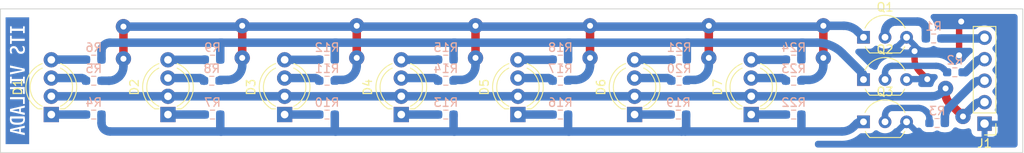
<source format=kicad_pcb>
(kicad_pcb (version 20211014) (generator pcbnew)
  (layers (0 "F.Cu" signal) (31 "B.Cu" signal) (34 "B.Paste" user) (35 "F.Paste" user) (36 "B.SilkS" user "B.Silkscreen") (37 "F.SilkS" user "F.Silkscreen") (38 "B.Mask" user) (39 "F.Mask" user) (44 "Edge.Cuts" user))
  (net 0 "")
  (net 1 "Net-(D1-Pad1)")
  (net 2 "+5V")
  (net 3 "Net-(D1-Pad3)")
  (net 4 "Net-(D1-Pad4)")
  (net 5 "Net-(D2-Pad1)")
  (net 6 "Net-(D2-Pad3)")
  (net 7 "Net-(D2-Pad4)")
  (net 8 "Net-(D3-Pad1)")
  (net 9 "Net-(D3-Pad3)")
  (net 10 "Net-(D3-Pad4)")
  (net 11 "Net-(D4-Pad1)")
  (net 12 "Net-(D4-Pad3)")
  (net 13 "Net-(D4-Pad4)")
  (net 14 "Net-(D5-Pad1)")
  (net 15 "Net-(D5-Pad3)")
  (net 16 "Net-(D5-Pad4)")
  (net 17 "Net-(D6-Pad1)")
  (net 18 "Net-(D6-Pad3)")
  (net 19 "Net-(D6-Pad4)")
  (net 20 "Net-(D7-Pad1)")
  (net 21 "Net-(D7-Pad3)")
  (net 22 "Net-(D7-Pad4)")
  (net 23 "B")
  (net 24 "G")
  (net 25 "R")
  (net 26 "GND")
  (net 27 "LED_G")
  (net 28 "Net-(Q1-Pad2)")
  (net 29 "LED_B")
  (net 30 "Net-(Q2-Pad2)")
  (net 31 "LED_R")
  (net 32 "Net-(Q3-Pad2)")
  (footprint "LED_THT:LED_D5.0mm-4_RGB_Wide_Pins" (layer "F.Cu") (at 87 31.25 90)
    (fp_text reference "D5" (at 3.2385 -3.96 90) (layer "F.SilkS"))
    (fp_text value "LED_RAGB")
    (pad "1" thru_hole rect (at 0 0 90) (size 1.8 1.8) (drill 0.9) (layers *.Cu *.Mask) (net 14 "Net-(D5-Pad1)"))
    (pad "2" thru_hole circle (at 2.159 0 90) (size 1.8 1.8) (drill 0.9) (layers *.Cu *.Mask) (net 2 "+5V"))
    (pad "3" thru_hole circle (at 4.318 0 90) (size 1.8 1.8) (drill 0.9) (layers *.Cu *.Mask) (net 15 "Net-(D5-Pad3)"))
    (pad "4" thru_hole circle (at 6.477 0 90) (size 1.8 1.8) (drill 0.9) (layers *.Cu *.Mask) (net 16 "Net-(D5-Pad4)"))
  )
  (footprint "Package_TO_SOT_THT:TO-92_Inline_Wide" (layer "F.Cu") (at 127.73 27.11)
    (fp_text reference "Q2" (at 2.54 -3.56) (layer "F.SilkS"))
    (fp_text value "BC337")
    (pad "1" thru_hole rect (at 0 0) (size 1.5 1.5) (drill 0.8) (layers *.Cu *.Mask) (net 29 "LED_B"))
    (pad "2" thru_hole circle (at 2.54 0) (size 1.5 1.5) (drill 0.8) (layers *.Cu *.Mask) (net 30 "Net-(Q2-Pad2)"))
    (pad "3" thru_hole circle (at 5.08 0) (size 1.5 1.5) (drill 0.8) (layers *.Cu *.Mask) (net 26 "GND"))
  )
  (footprint "Connector_PinHeader_2.54mm:PinHeader_1x05_P2.54mm_Vertical" (layer "F.Cu") (at 142 32.325 180)
    (fp_text reference "J1" (at 0 -2.33) (layer "F.SilkS"))
    (fp_text value "Conn_01x05")
    (pad "1" thru_hole rect (at 0 0 180) (size 1.7 1.7) (drill 1) (layers *.Cu *.Mask) (net 26 "GND"))
    (pad "2" thru_hole oval (at 0 2.54 180) (size 1.7 1.7) (drill 1) (layers *.Cu *.Mask) (net 2 "+5V"))
    (pad "3" thru_hole oval (at 0 5.08 180) (size 1.7 1.7) (drill 1) (layers *.Cu *.Mask) (net 25 "R"))
    (pad "4" thru_hole oval (at 0 7.62 180) (size 1.7 1.7) (drill 1) (layers *.Cu *.Mask) (net 23 "B"))
    (pad "5" thru_hole oval (at 0 10.16 180) (size 1.7 1.7) (drill 1) (layers *.Cu *.Mask) (net 24 "G"))
  )
  (footprint "LED_THT:LED_D5.0mm-4_RGB_Wide_Pins" (layer "F.Cu") (at 114.5 31.25 90)
    (fp_text reference "D7" (at 3.2385 -3.96 90) (layer "F.SilkS"))
    (fp_text value "LED_RAGB")
    (pad "1" thru_hole rect (at 0 0 90) (size 1.8 1.8) (drill 0.9) (layers *.Cu *.Mask) (net 20 "Net-(D7-Pad1)"))
    (pad "2" thru_hole circle (at 2.159 0 90) (size 1.8 1.8) (drill 0.9) (layers *.Cu *.Mask) (net 2 "+5V"))
    (pad "3" thru_hole circle (at 4.318 0 90) (size 1.8 1.8) (drill 0.9) (layers *.Cu *.Mask) (net 21 "Net-(D7-Pad3)"))
    (pad "4" thru_hole circle (at 6.477 0 90) (size 1.8 1.8) (drill 0.9) (layers *.Cu *.Mask) (net 22 "Net-(D7-Pad4)"))
  )
  (footprint "LED_THT:LED_D5.0mm-4_RGB_Wide_Pins" (layer "F.Cu") (at 73.25 31.25 90)
    (fp_text reference "D4" (at 3.2385 -3.96 90) (layer "F.SilkS"))
    (fp_text value "LED_RAGB")
    (pad "1" thru_hole rect (at 0 0 90) (size 1.8 1.8) (drill 0.9) (layers *.Cu *.Mask) (net 11 "Net-(D4-Pad1)"))
    (pad "2" thru_hole circle (at 2.159 0 90) (size 1.8 1.8) (drill 0.9) (layers *.Cu *.Mask) (net 2 "+5V"))
    (pad "3" thru_hole circle (at 4.318 0 90) (size 1.8 1.8) (drill 0.9) (layers *.Cu *.Mask) (net 12 "Net-(D4-Pad3)"))
    (pad "4" thru_hole circle (at 6.477 0 90) (size 1.8 1.8) (drill 0.9) (layers *.Cu *.Mask) (net 13 "Net-(D4-Pad4)"))
  )
  (footprint "LED_THT:LED_D5.0mm-4_RGB_Wide_Pins" (layer "F.Cu") (at 45.75 31.25 90)
    (fp_text reference "D2" (at 3.2385 -3.96 90) (layer "F.SilkS"))
    (fp_text value "LED_RAGB")
    (pad "1" thru_hole rect (at 0 0 90) (size 1.8 1.8) (drill 0.9) (layers *.Cu *.Mask) (net 5 "Net-(D2-Pad1)"))
    (pad "2" thru_hole circle (at 2.159 0 90) (size 1.8 1.8) (drill 0.9) (layers *.Cu *.Mask) (net 2 "+5V"))
    (pad "3" thru_hole circle (at 4.318 0 90) (size 1.8 1.8) (drill 0.9) (layers *.Cu *.Mask) (net 6 "Net-(D2-Pad3)"))
    (pad "4" thru_hole circle (at 6.477 0 90) (size 1.8 1.8) (drill 0.9) (layers *.Cu *.Mask) (net 7 "Net-(D2-Pad4)"))
  )
  (footprint "LED_THT:LED_D5.0mm-4_RGB_Wide_Pins" (layer "F.Cu") (at 59.5 31.25 90)
    (fp_text reference "D3" (at 3.2385 -3.96 90) (layer "F.SilkS"))
    (fp_text value "LED_RAGB")
    (pad "1" thru_hole rect (at 0 0 90) (size 1.8 1.8) (drill 0.9) (layers *.Cu *.Mask) (net 8 "Net-(D3-Pad1)"))
    (pad "2" thru_hole circle (at 2.159 0 90) (size 1.8 1.8) (drill 0.9) (layers *.Cu *.Mask) (net 2 "+5V"))
    (pad "3" thru_hole circle (at 4.318 0 90) (size 1.8 1.8) (drill 0.9) (layers *.Cu *.Mask) (net 9 "Net-(D3-Pad3)"))
    (pad "4" thru_hole circle (at 6.477 0 90) (size 1.8 1.8) (drill 0.9) (layers *.Cu *.Mask) (net 10 "Net-(D3-Pad4)"))
  )
  (footprint "Package_TO_SOT_THT:TO-92_Inline_Wide" (layer "F.Cu") (at 127.73 22.11)
    (fp_text reference "Q1" (at 2.54 -3.56) (layer "F.SilkS"))
    (fp_text value "BC337")
    (pad "1" thru_hole rect (at 0 0) (size 1.5 1.5) (drill 0.8) (layers *.Cu *.Mask) (net 27 "LED_G"))
    (pad "2" thru_hole circle (at 2.54 0) (size 1.5 1.5) (drill 0.8) (layers *.Cu *.Mask) (net 28 "Net-(Q1-Pad2)"))
    (pad "3" thru_hole circle (at 5.08 0) (size 1.5 1.5) (drill 0.8) (layers *.Cu *.Mask) (net 26 "GND"))
  )
  (footprint "LED_THT:LED_D5.0mm-4_RGB_Wide_Pins" (layer "F.Cu") (at 32 31.25 90)
    (fp_text reference "D1" (at 3.2385 -3.96 90) (layer "F.SilkS"))
    (fp_text value "LED_RAGB")
    (pad "1" thru_hole rect (at 0 0 90) (size 1.8 1.8) (drill 0.9) (layers *.Cu *.Mask) (net 1 "Net-(D1-Pad1)"))
    (pad "2" thru_hole circle (at 2.159 0 90) (size 1.8 1.8) (drill 0.9) (layers *.Cu *.Mask) (net 2 "+5V"))
    (pad "3" thru_hole circle (at 4.318 0 90) (size 1.8 1.8) (drill 0.9) (layers *.Cu *.Mask) (net 3 "Net-(D1-Pad3)"))
    (pad "4" thru_hole circle (at 6.477 0 90) (size 1.8 1.8) (drill 0.9) (layers *.Cu *.Mask) (net 4 "Net-(D1-Pad4)"))
  )
  (footprint "Package_TO_SOT_THT:TO-92_Inline_Wide" (layer "F.Cu") (at 127.73 32.11)
    (fp_text reference "Q3" (at 2.54 -3.56) (layer "F.SilkS"))
    (fp_text value "BC337")
    (pad "1" thru_hole rect (at 0 0) (size 1.5 1.5) (drill 0.8) (layers *.Cu *.Mask) (net 31 "LED_R"))
    (pad "2" thru_hole circle (at 2.54 0) (size 1.5 1.5) (drill 0.8) (layers *.Cu *.Mask) (net 32 "Net-(Q3-Pad2)"))
    (pad "3" thru_hole circle (at 5.08 0) (size 1.5 1.5) (drill 0.8) (layers *.Cu *.Mask) (net 26 "GND"))
  )
  (footprint "LED_THT:LED_D5.0mm-4_RGB_Wide_Pins" (layer "F.Cu") (at 100.75 31.25 90)
    (fp_text reference "D6" (at 3.2385 -3.96 90) (layer "F.SilkS"))
    (fp_text value "LED_RAGB")
    (pad "1" thru_hole rect (at 0 0 90) (size 1.8 1.8) (drill 0.9) (layers *.Cu *.Mask) (net 17 "Net-(D6-Pad1)"))
    (pad "2" thru_hole circle (at 2.159 0 90) (size 1.8 1.8) (drill 0.9) (layers *.Cu *.Mask) (net 2 "+5V"))
    (pad "3" thru_hole circle (at 4.318 0 90) (size 1.8 1.8) (drill 0.9) (layers *.Cu *.Mask) (net 18 "Net-(D6-Pad3)"))
    (pad "4" thru_hole circle (at 6.477 0 90) (size 1.8 1.8) (drill 0.9) (layers *.Cu *.Mask) (net 19 "Net-(D6-Pad4)"))
  )
  (footprint "Resistor_SMD:R_0603_1608Metric_Pad0.98x0.95mm_HandSolder" (layer "B.Cu") (at 37 24.75 180)
    (fp_text reference "R6" (at 0 1.43) (layer "B.SilkS") (effects (justify mirror)))
    (fp_text value "470")
    (pad "1" smd roundrect (at -0.9125 0 180) (size 0.975 0.95) (layers "B.Cu" "B.Paste" "B.Mask") (net 29 "LED_B"))
    (pad "2" smd roundrect (at 0.9125 0 180) (size 0.975 0.95) (layers "B.Cu" "B.Paste" "B.Mask") (net 4 "Net-(D1-Pad4)"))
  )
  (footprint "Resistor_SMD:R_0603_1608Metric_Pad0.98x0.95mm_HandSolder" (layer "B.Cu") (at 92 27.25 180)
    (fp_text reference "R17" (at 0 1.43) (layer "B.SilkS") (effects (justify mirror)))
    (fp_text value "470")
    (pad "1" smd roundrect (at -0.9125 0 180) (size 0.975 0.95) (layers "B.Cu" "B.Paste" "B.Mask") (net 27 "LED_G"))
    (pad "2" smd roundrect (at 0.9125 0 180) (size 0.975 0.95) (layers "B.Cu" "B.Paste" "B.Mask") (net 15 "Net-(D5-Pad3)"))
  )
  (footprint "Resistor_SMD:R_0603_1608Metric_Pad0.98x0.95mm_HandSolder" (layer "B.Cu") (at 119.5 31.25 180)
    (fp_text reference "R22" (at 0 1.43) (layer "B.SilkS") (effects (justify mirror)))
    (fp_text value "470")
    (pad "1" smd roundrect (at -0.9125 0 180) (size 0.975 0.95) (layers "B.Cu" "B.Paste" "B.Mask") (net 31 "LED_R"))
    (pad "2" smd roundrect (at 0.9125 0 180) (size 0.975 0.95) (layers "B.Cu" "B.Paste" "B.Mask") (net 20 "Net-(D7-Pad1)"))
  )
  (footprint "kibuzzard-6352A8D4" (layer "B.Cu") (at 28 27.25 -90)
    (fp_text reference "kibuzzard-6352A8D4" hide)
    (fp_text value "G***" hide)
    (fp_poly (pts (xy -7.001123 1.389062) (xy -7.497217 1.389062) (xy -7.497217 -1.389062) (xy -7.001123 -1.389062) (xy -5.628084 -1.389062) (xy -5.628084 -0.869156) (xy -6.437709 -0.869156) (xy -6.437709 -0.661988) (xy -6.171009 -0.661988) (xy -6.171009 0.661987) (xy -6.437709 0.661987) (xy -6.437709 0.869156) (xy -5.628084 0.869156) (xy -5.628084 0.661987) (xy -5.894784 0.661987) (xy -5.894784 -0.661988) (xy -5.628084 -0.661988) (xy -5.628084 -0.869156) (xy -5.628084 -1.389062) (xy -4.708922 -1.389062) (xy -4.708922 -0.869156) (xy -4.975622 -0.869156) (xy -4.975622 0.661987) (xy -5.330428 0.661987) (xy -5.330428 0.869156) (xy -4.354116 0.869156) (xy -4.354116 0.661987) (xy -4.708922 0.661987) (xy -4.708922 -0.869156) (xy -4.708922 -1.389062) (xy -3.687366 -1.389062) (xy -3.687366 -0.892969) (xy -3.835003 -0.880269) (xy -3.969941 -0.842169) (xy -4.092178 -0.778669) (xy -4.092178 -0.531019) (xy -3.966501 -0.617008) (xy -3.833945 -0.668602) (xy -3.694509 -0.6858) (xy -3.588544 -0.669429) (xy -3.508772 -0.620316) (xy -3.458766 -0.539651) (xy -3.442097 -0.428625) (xy -3.454896 -0.322659) (xy -3.493294 -0.238125) (xy -3.561457 -0.168473) (xy -3.663553 -0.107156) (xy -3.809471 -0.030956) (xy -3.923374 0.048419) (xy -4.005262 0.130969) (xy -4.079379 0.271462) (xy -4.104084 0.440531) (xy -4.07283 0.631031) (xy -3.979069 0.773906) (xy -3.883951 0.840052) (xy -3.765285 0.87974) (xy -3.623072 0.892969) (xy -3.48443 0.885031) (xy -3.35108 0.861219) (xy -3.223022 0.821531) (xy -3.223022 0.583406) (xy -3.406973 0.660202) (xy -3.592116 0.6858) (xy -3.696295 0.670322) (xy -3.775472 0.623887) (xy -3.825478 0.550069) (xy -3.842147 0.452437) (xy -3.82098 0.331523) (xy -3.75748 0.235479) (xy -3.651647 0.164306) (xy -3.489457 0.08255) (xy -3.364839 -0.000794) (xy -3.277791 -0.085725) (xy -3.200995 -0.232767) (xy -3.175397 -0.416719) (xy -3.195876 -0.588169) (xy -3.257312 -0.721519) (xy -3.359706 -0.816769) (xy -3.503057 -0.873919) (xy -3.687366 -0.892969) (xy -3.687366 -1.389062) (xy -1.117997 -1.389062) (xy -1.117997 -0.869156) (xy -1.427559 -0.869156) (xy -1.813322 0.869156) (xy -1.539478 0.869156) (xy -1.268016 -0.631031) (xy -1.265634 -0.631031) (xy -0.994172 0.869156) (xy -0.729853 0.869156) (xy -1.117997 -0.869156) (xy -1.117997 -1.389062) (xy 0.325041 -1.389062) (xy 0.325041 -0.869156) (xy -0.484584 -0.869156) (xy -0.484584 -0.661988) (xy -0.217884 -0.661988) (xy -0.217884 0.661987) (xy -0.484584 0.661987) (xy -0.484584 0.869156) (xy 0.325041 0.869156) (xy 0.325041 0.661987) (xy 0.058341 0.661987) (xy 0.058341 -0.661988) (xy 0.325041 -0.661988) (xy 0.325041 -0.869156) (xy 0.325041 -1.389062) (xy 1.563291 -1.389062) (xy 1.563291 -0.869156) (xy 0.741759 -0.869156) (xy 0.741759 0.869156) (xy 1.008459 0.869156) (xy 1.008459 -0.661988) (xy 1.563291 -0.661988) (xy 1.563291 -0.869156) (xy 1.563291 -1.389062) (xy 2.753916 -1.389062) (xy 2.753916 -0.869156) (xy 1.932384 -0.869156) (xy 1.932384 0.869156) (xy 2.199084 0.869156) (xy 2.199084 -0.661988) (xy 2.753916 -0.661988) (xy 2.753916 -0.869156) (xy 2.753916 -1.389062) (xy 2.925366 -1.389062) (xy 2.925366 -0.869156) (xy 3.334941 0.869156) (xy 3.644503 0.869156) (xy 4.056459 -0.869156) (xy 3.780234 -0.869156) (xy 3.689747 -0.411956) (xy 3.282553 -0.411956) (xy 3.192066 -0.869156) (xy 2.925366 -0.869156) (xy 2.925366 -1.389062) (xy 4.585097 -1.389062) (xy 4.585097 -0.892969) (xy 4.39043 -0.881062) (xy 4.211241 -0.845344) (xy 4.211241 0.845344) (xy 4.397573 0.881062) (xy 4.585097 0.892969) (xy 4.786577 0.871405) (xy 4.946518 0.806715) (xy 5.064919 0.698897) (xy 5.128989 0.583927) (xy 5.174754 0.43309) (xy 5.202213 0.246385) (xy 5.211366 0.023812) (xy 5.20356 -0.191823) (xy 5.180145 -0.375179) (xy 5.141119 -0.526256) (xy 5.055096 -0.698599) (xy 4.937522 -0.810816) (xy 4.782741 -0.87243) (xy 4.585097 -0.892969) (xy 4.585097 -1.389062) (xy 5.306616 -1.389062) (xy 5.306616 -0.869156) (xy 5.716191 0.869156) (xy 6.025753 0.869156) (xy 6.437709 -0.869156) (xy 6.161484 -0.869156) (xy 6.070997 -0.411956) (xy 5.663803 -0.411956) (xy 5.573316 -0.869156) (xy 5.306616 -0.869156) (xy 5.306616 -1.389062) (xy 7.001123 -1.389062) (xy 7.497217 -1.389062) (xy 7.497217 1.389062) (xy 7.001123 1.389062) (xy -7.001123 1.389062)) (layer "B.Cu") (width 0) (fill solid))
    (fp_poly (pts (xy 5.704284 -0.20955) (xy 6.030516 -0.20955) (xy 5.868591 0.607219) (xy 5.866209 0.607219) (xy 5.704284 -0.20955)) (layer "B.Cu") (width 0) (fill solid))
    (fp_poly (pts (xy 4.585097 0.6858) (xy 4.477941 0.664369) (xy 4.477941 -0.66675) (xy 4.585097 -0.688181) (xy 4.751487 -0.650081) (xy 4.864894 -0.535781) (xy 4.91318 -0.405871) (xy 4.942152 -0.21934) (xy 4.951809 0.023812) (xy 4.94202 0.243946) (xy 4.912651 0.415396) (xy 4.863703 0.538162) (xy 4.749998 0.648891) (xy 4.585097 0.6858)) (layer "B.Cu") (width 0) (fill solid))
    (fp_poly (pts (xy 3.323034 -0.20955) (xy 3.649266 -0.20955) (xy 3.487341 0.607219) (xy 3.484959 0.607219) (xy 3.323034 -0.20955)) (layer "B.Cu") (width 0) (fill solid))
  )
  (footprint "Resistor_SMD:R_0603_1608Metric_Pad0.98x0.95mm_HandSolder" (layer "B.Cu") (at 51 24.75 180)
    (fp_text reference "R9" (at 0 1.43) (layer "B.SilkS") (effects (justify mirror)))
    (fp_text value "470")
    (pad "1" smd roundrect (at -0.9125 0 180) (size 0.975 0.95) (layers "B.Cu" "B.Paste" "B.Mask") (net 29 "LED_B"))
    (pad "2" smd roundrect (at 0.9125 0 180) (size 0.975 0.95) (layers "B.Cu" "B.Paste" "B.Mask") (net 7 "Net-(D2-Pad4)"))
  )
  (footprint "Resistor_SMD:R_0603_1608Metric_Pad0.98x0.95mm_HandSolder" (layer "B.Cu") (at 105.9125 31.25 180)
    (fp_text reference "R19" (at 0 1.43) (layer "B.SilkS") (effects (justify mirror)))
    (fp_text value "470")
    (pad "1" smd roundrect (at -0.9125 0 180) (size 0.975 0.95) (layers "B.Cu" "B.Paste" "B.Mask") (net 31 "LED_R"))
    (pad "2" smd roundrect (at 0.9125 0 180) (size 0.975 0.95) (layers "B.Cu" "B.Paste" "B.Mask") (net 17 "Net-(D6-Pad1)"))
  )
  (footprint "Resistor_SMD:R_0603_1608Metric_Pad0.98x0.95mm_HandSolder" (layer "B.Cu") (at 78.5 27.25 180)
    (fp_text reference "R14" (at 0 1.43) (layer "B.SilkS") (effects (justify mirror)))
    (fp_text value "470")
    (pad "1" smd roundrect (at -0.9125 0 180) (size 0.975 0.95) (layers "B.Cu" "B.Paste" "B.Mask") (net 27 "LED_G"))
    (pad "2" smd roundrect (at 0.9125 0 180) (size 0.975 0.95) (layers "B.Cu" "B.Paste" "B.Mask") (net 12 "Net-(D4-Pad3)"))
  )
  (footprint "Resistor_SMD:R_0603_1608Metric_Pad0.98x0.95mm_HandSolder" (layer "B.Cu") (at 138.5 26.25 180)
    (fp_text reference "R2" (at 0 1.43) (layer "B.SilkS") (effects (justify mirror)))
    (fp_text value "470")
    (pad "1" smd roundrect (at -0.9125 0 180) (size 0.975 0.95) (layers "B.Cu" "B.Paste" "B.Mask") (net 23 "B"))
    (pad "2" smd roundrect (at 0.9125 0 180) (size 0.975 0.95) (layers "B.Cu" "B.Paste" "B.Mask") (net 30 "Net-(Q2-Pad2)"))
  )
  (footprint "Resistor_SMD:R_0603_1608Metric_Pad0.98x0.95mm_HandSolder" (layer "B.Cu") (at 92 31.25 180)
    (fp_text reference "R16" (at 0 1.43) (layer "B.SilkS") (effects (justify mirror)))
    (fp_text value "470")
    (pad "1" smd roundrect (at -0.9125 0 180) (size 0.975 0.95) (layers "B.Cu" "B.Paste" "B.Mask") (net 31 "LED_R"))
    (pad "2" smd roundrect (at 0.9125 0 180) (size 0.975 0.95) (layers "B.Cu" "B.Paste" "B.Mask") (net 14 "Net-(D5-Pad1)"))
  )
  (footprint "Resistor_SMD:R_0603_1608Metric_Pad0.98x0.95mm_HandSolder" (layer "B.Cu") (at 64.5 27.25 180)
    (fp_text reference "R11" (at 0 1.43) (layer "B.SilkS") (effects (justify mirror)))
    (fp_text value "470")
    (pad "1" smd roundrect (at -0.9125 0 180) (size 0.975 0.95) (layers "B.Cu" "B.Paste" "B.Mask") (net 27 "LED_G"))
    (pad "2" smd roundrect (at 0.9125 0 180) (size 0.975 0.95) (layers "B.Cu" "B.Paste" "B.Mask") (net 9 "Net-(D3-Pad3)"))
  )
  (footprint "Resistor_SMD:R_0603_1608Metric_Pad0.98x0.95mm_HandSolder" (layer "B.Cu") (at 78.5 24.75 180)
    (fp_text reference "R15" (at 0 1.43) (layer "B.SilkS") (effects (justify mirror)))
    (fp_text value "470")
    (pad "1" smd roundrect (at -0.9125 0 180) (size 0.975 0.95) (layers "B.Cu" "B.Paste" "B.Mask") (net 29 "LED_B"))
    (pad "2" smd roundrect (at 0.9125 0 180) (size 0.975 0.95) (layers "B.Cu" "B.Paste" "B.Mask") (net 13 "Net-(D4-Pad4)"))
  )
  (footprint "Resistor_SMD:R_0603_1608Metric_Pad0.98x0.95mm_HandSolder" (layer "B.Cu") (at 51 31.25 180)
    (fp_text reference "R7" (at 0 1.43) (layer "B.SilkS") (effects (justify mirror)))
    (fp_text value "470")
    (pad "1" smd roundrect (at -0.9125 0 180) (size 0.975 0.95) (layers "B.Cu" "B.Paste" "B.Mask") (net 31 "LED_R"))
    (pad "2" smd roundrect (at 0.9125 0 180) (size 0.975 0.95) (layers "B.Cu" "B.Paste" "B.Mask") (net 5 "Net-(D2-Pad1)"))
  )
  (footprint "Resistor_SMD:R_0603_1608Metric_Pad0.98x0.95mm_HandSolder" (layer "B.Cu") (at 78.5 31.25 180)
    (fp_text reference "R13" (at 0 1.43) (layer "B.SilkS") (effects (justify mirror)))
    (fp_text value "470")
    (pad "1" smd roundrect (at -0.9125 0 180) (size 0.975 0.95) (layers "B.Cu" "B.Paste" "B.Mask") (net 31 "LED_R"))
    (pad "2" smd roundrect (at 0.9125 0 180) (size 0.975 0.95) (layers "B.Cu" "B.Paste" "B.Mask") (net 11 "Net-(D4-Pad1)"))
  )
  (footprint "Resistor_SMD:R_0603_1608Metric_Pad0.98x0.95mm_HandSolder" (layer "B.Cu") (at 37 31.25 180)
    (fp_text reference "R4" (at 0 1.43) (layer "B.SilkS") (effects (justify mirror)))
    (fp_text value "470")
    (pad "1" smd roundrect (at -0.9125 0 180) (size 0.975 0.95) (layers "B.Cu" "B.Paste" "B.Mask") (net 31 "LED_R"))
    (pad "2" smd roundrect (at 0.9125 0 180) (size 0.975 0.95) (layers "B.Cu" "B.Paste" "B.Mask") (net 1 "Net-(D1-Pad1)"))
  )
  (footprint "Resistor_SMD:R_0603_1608Metric_Pad0.98x0.95mm_HandSolder" (layer "B.Cu") (at 106 27.25 180)
    (fp_text reference "R20" (at 0 1.43) (layer "B.SilkS") (effects (justify mirror)))
    (fp_text value "470")
    (pad "1" smd roundrect (at -0.9125 0 180) (size 0.975 0.95) (layers "B.Cu" "B.Paste" "B.Mask") (net 27 "LED_G"))
    (pad "2" smd roundrect (at 0.9125 0 180) (size 0.975 0.95) (layers "B.Cu" "B.Paste" "B.Mask") (net 18 "Net-(D6-Pad3)"))
  )
  (footprint "Resistor_SMD:R_0603_1608Metric_Pad0.98x0.95mm_HandSolder" (layer "B.Cu") (at 64.5 24.75 180)
    (fp_text reference "R12" (at 0 1.43) (layer "B.SilkS") (effects (justify mirror)))
    (fp_text value "470")
    (pad "1" smd roundrect (at -0.9125 0 180) (size 0.975 0.95) (layers "B.Cu" "B.Paste" "B.Mask") (net 29 "LED_B"))
    (pad "2" smd roundrect (at 0.9125 0 180) (size 0.975 0.95) (layers "B.Cu" "B.Paste" "B.Mask") (net 10 "Net-(D3-Pad4)"))
  )
  (footprint "Resistor_SMD:R_0603_1608Metric_Pad0.98x0.95mm_HandSolder" (layer "B.Cu") (at 64.5 31.25 180)
    (fp_text reference "R10" (at 0 1.43) (layer "B.SilkS") (effects (justify mirror)))
    (fp_text value "470")
    (pad "1" smd roundrect (at -0.9125 0 180) (size 0.975 0.95) (layers "B.Cu" "B.Paste" "B.Mask") (net 31 "LED_R"))
    (pad "2" smd roundrect (at 0.9125 0 180) (size 0.975 0.95) (layers "B.Cu" "B.Paste" "B.Mask") (net 8 "Net-(D3-Pad1)"))
  )
  (footprint "Resistor_SMD:R_0603_1608Metric_Pad0.98x0.95mm_HandSolder" (layer "B.Cu") (at 119.5 27.25 180)
    (fp_text reference "R23" (at 0 1.43) (layer "B.SilkS") (effects (justify mirror)))
    (fp_text value "470")
    (pad "1" smd roundrect (at -0.9125 0 180) (size 0.975 0.95) (layers "B.Cu" "B.Paste" "B.Mask") (net 27 "LED_G"))
    (pad "2" smd roundrect (at 0.9125 0 180) (size 0.975 0.95) (layers "B.Cu" "B.Paste" "B.Mask") (net 21 "Net-(D7-Pad3)"))
  )
  (footprint "Resistor_SMD:R_0603_1608Metric_Pad0.98x0.95mm_HandSolder" (layer "B.Cu") (at 119.5 24.75 180)
    (fp_text reference "R24" (at 0 1.43) (layer "B.SilkS") (effects (justify mirror)))
    (fp_text value "470")
    (pad "1" smd roundrect (at -0.9125 0 180) (size 0.975 0.95) (layers "B.Cu" "B.Paste" "B.Mask") (net 29 "LED_B"))
    (pad "2" smd roundrect (at 0.9125 0 180) (size 0.975 0.95) (layers "B.Cu" "B.Paste" "B.Mask") (net 22 "Net-(D7-Pad4)"))
  )
  (footprint "Resistor_SMD:R_0603_1608Metric_Pad0.98x0.95mm_HandSolder" (layer "B.Cu") (at 136 22.25 180)
    (fp_text reference "R1" (at 0 1.43) (layer "B.SilkS") (effects (justify mirror)))
    (fp_text value "470")
    (pad "1" smd roundrect (at -0.9125 0 180) (size 0.975 0.95) (layers "B.Cu" "B.Paste" "B.Mask") (net 24 "G"))
    (pad "2" smd roundrect (at 0.9125 0 180) (size 0.975 0.95) (layers "B.Cu" "B.Paste" "B.Mask") (net 28 "Net-(Q1-Pad2)"))
  )
  (footprint "Resistor_SMD:R_0603_1608Metric_Pad0.98x0.95mm_HandSolder" (layer "B.Cu") (at 50.9125 27.25 180)
    (fp_text reference "R8" (at 0 1.43) (layer "B.SilkS") (effects (justify mirror)))
    (fp_text value "470")
    (pad "1" smd roundrect (at -0.9125 0 180) (size 0.975 0.95) (layers "B.Cu" "B.Paste" "B.Mask") (net 27 "LED_G"))
    (pad "2" smd roundrect (at 0.9125 0 180) (size 0.975 0.95) (layers "B.Cu" "B.Paste" "B.Mask") (net 6 "Net-(D2-Pad3)"))
  )
  (footprint "Resistor_SMD:R_0603_1608Metric_Pad0.98x0.95mm_HandSolder" (layer "B.Cu") (at 136.4125 32.25 180)
    (fp_text reference "R3" (at 0 1.43) (layer "B.SilkS") (effects (justify mirror)))
    (fp_text value "470")
    (pad "1" smd roundrect (at -0.9125 0 180) (size 0.975 0.95) (layers "B.Cu" "B.Paste" "B.Mask") (net 25 "R"))
    (pad "2" smd roundrect (at 0.9125 0 180) (size 0.975 0.95) (layers "B.Cu" "B.Paste" "B.Mask") (net 32 "Net-(Q3-Pad2)"))
  )
  (footprint "Resistor_SMD:R_0603_1608Metric_Pad0.98x0.95mm_HandSolder" (layer "B.Cu") (at 92 24.75 180)
    (fp_text reference "R18" (at 0 1.43) (layer "B.SilkS") (effects (justify mirror)))
    (fp_text value "470")
    (pad "1" smd roundrect (at -0.9125 0 180) (size 0.975 0.95) (layers "B.Cu" "B.Paste" "B.Mask") (net 29 "LED_B"))
    (pad "2" smd roundrect (at 0.9125 0 180) (size 0.975 0.95) (layers "B.Cu" "B.Paste" "B.Mask") (net 16 "Net-(D5-Pad4)"))
  )
  (footprint "Resistor_SMD:R_0603_1608Metric_Pad0.98x0.95mm_HandSolder" (layer "B.Cu") (at 37 27.25 180)
    (fp_text reference "R5" (at 0 1.43) (layer "B.SilkS") (effects (justify mirror)))
    (fp_text value "470")
    (pad "1" smd roundrect (at -0.9125 0 180) (size 0.975 0.95) (layers "B.Cu" "B.Paste" "B.Mask") (net 27 "LED_G"))
    (pad "2" smd roundrect (at 0.9125 0 180) (size 0.975 0.95) (layers "B.Cu" "B.Paste" "B.Mask") (net 3 "Net-(D1-Pad3)"))
  )
  (footprint "Resistor_SMD:R_0603_1608Metric_Pad0.98x0.95mm_HandSolder" (layer "B.Cu") (at 106 24.75 180)
    (fp_text reference "R21" (at 0 1.43) (layer "B.SilkS") (effects (justify mirror)))
    (fp_text value "470")
    (pad "1" smd roundrect (at -0.9125 0 180) (size 0.975 0.95) (layers "B.Cu" "B.Paste" "B.Mask") (net 29 "LED_B"))
    (pad "2" smd roundrect (at 0.9125 0 180) (size 0.975 0.95) (layers "B.Cu" "B.Paste" "B.Mask") (net 19 "Net-(D6-Pad4)"))
  )
  (gr_rect (start 146.5 18.75) (end 26 35.75) (layer "Edge.Cuts") (width 0.1) (fill none))
  (segment (start 32 31.25) (end 36.0875 31.25) (width 1) (layer "B.Cu") (net 1))
  (segment (start 137.854334 29.87001) (end 139.460312 31.475988) (width 1) (layer "F.Cu") (net 2))
  (segment (start 137.40685 28.789688) (end 137.40685 28.15685) (width 1) (layer "F.Cu") (net 2))
  (via (at 139.460312 31.475988) (size 1.8) (drill 0.7) (layers "F.Cu" "B.Cu") (net 2))
  (via (at 137.40685 28.15685) (size 1.8) (drill 0.7) (layers "F.Cu" "B.Cu") (net 2))
  (arc (start 137.40685 28.789688) (mid 137.523147 29.374354) (end 137.854334 29.87001) (width 1) (layer "F.Cu") (net 2))
  (segment (start 141.57565 29.785) (end 142 29.785) (width 1) (layer "B.Cu") (net 2))
  (segment (start 114.5 29.091) (end 32 29.091) (width 1) (layer "B.Cu") (net 2))
  (segment (start 139.460312 31.475988) (end 140.851239 30.08506) (width 1) (layer "B.Cu") (net 2))
  (segment (start 114.5 29.091) (end 135.812156 29.091) (width 1) (layer "B.Cu") (net 2))
  (segment (start 137.40685 28.15685) (end 136.939775 28.623925) (width 1) (layer "B.Cu") (net 2))
  (arc (start 136.939775 28.623925) (mid 136.422419 28.969611) (end 135.812156 29.091) (width 1) (layer "B.Cu") (net 2))
  (arc (start 141.57565 29.785) (mid 141.183601 29.862983) (end 140.851239 30.08506) (width 1) (layer "B.Cu") (net 2))
  (segment (start 35.54464 26.932) (end 32 26.932) (width 1) (layer "B.Cu") (net 3))
  (segment (start 35.9285 27.091) (end 36.0875 27.25) (width 1) (layer "B.Cu") (net 3))
  (arc (start 35.9285 27.091) (mid 35.752383 26.973322) (end 35.54464 26.932) (width 1) (layer "B.Cu") (net 3))
  (segment (start 32.0115 24.7615) (end 32 24.773) (width 1) (layer "B.Cu") (net 4))
  (segment (start 32.039263 24.75) (end 36.0875 24.75) (width 1) (layer "B.Cu") (net 4))
  (arc (start 32.039263 24.75) (mid 32.024237 24.752988) (end 32.0115 24.7615) (width 1) (layer "B.Cu") (net 4))
  (segment (start 45.75 31.25) (end 50.0875 31.25) (width 1) (layer "B.Cu") (net 5))
  (segment (start 49.45714 26.932) (end 45.75 26.932) (width 1) (layer "B.Cu") (net 6))
  (segment (start 49.841 27.091) (end 50 27.25) (width 1) (layer "B.Cu") (net 6))
  (arc (start 49.841 27.091) (mid 49.664883 26.973322) (end 49.45714 26.932) (width 1) (layer "B.Cu") (net 6))
  (segment (start 50.076 24.7615) (end 50.0875 24.75) (width 1) (layer "B.Cu") (net 7))
  (segment (start 50.048236 24.773) (end 45.75 24.773) (width 1) (layer "B.Cu") (net 7))
  (arc (start 50.076 24.7615) (mid 50.063261 24.770011) (end 50.048236 24.773) (width 1) (layer "B.Cu") (net 7))
  (segment (start 59.5 31.25) (end 63.5875 31.25) (width 1) (layer "B.Cu") (net 8))
  (segment (start 63.4285 27.091) (end 63.5875 27.25) (width 1) (layer "B.Cu") (net 9))
  (segment (start 63.04464 26.932) (end 59.5 26.932) (width 1) (layer "B.Cu") (net 9))
  (arc (start 63.4285 27.091) (mid 63.252383 26.973322) (end 63.04464 26.932) (width 1) (layer "B.Cu") (net 9))
  (segment (start 63.548236 24.773) (end 59.5 24.773) (width 1) (layer "B.Cu") (net 10))
  (segment (start 63.576 24.7615) (end 63.5875 24.75) (width 1) (layer "B.Cu") (net 10))
  (arc (start 63.576 24.7615) (mid 63.563261 24.770011) (end 63.548236 24.773) (width 1) (layer "B.Cu") (net 10))
  (segment (start 73.25 31.25) (end 77.5875 31.25) (width 1) (layer "B.Cu") (net 11))
  (segment (start 77.04464 26.932) (end 73.25 26.932) (width 1) (layer "B.Cu") (net 12))
  (segment (start 77.4285 27.091) (end 77.5875 27.25) (width 1) (layer "B.Cu") (net 12))
  (arc (start 77.4285 27.091) (mid 77.252383 26.973322) (end 77.04464 26.932) (width 1) (layer "B.Cu") (net 12))
  (segment (start 77.576 24.7615) (end 77.5875 24.75) (width 1) (layer "B.Cu") (net 13))
  (segment (start 77.548236 24.773) (end 73.25 24.773) (width 1) (layer "B.Cu") (net 13))
  (arc (start 77.576 24.7615) (mid 77.563261 24.770011) (end 77.548236 24.773) (width 1) (layer "B.Cu") (net 13))
  (segment (start 87 31.25) (end 91.0875 31.25) (width 1) (layer "B.Cu") (net 14))
  (segment (start 90.54464 26.932) (end 87 26.932) (width 1) (layer "B.Cu") (net 15))
  (segment (start 90.9285 27.091) (end 91.0875 27.25) (width 1) (layer "B.Cu") (net 15))
  (arc (start 90.9285 27.091) (mid 90.752383 26.973322) (end 90.54464 26.932) (width 1) (layer "B.Cu") (net 15))
  (segment (start 91.076 24.7615) (end 91.0875 24.75) (width 1) (layer "B.Cu") (net 16))
  (segment (start 91.048236 24.773) (end 87 24.773) (width 1) (layer "B.Cu") (net 16))
  (arc (start 91.076 24.7615) (mid 91.063261 24.770011) (end 91.048236 24.773) (width 1) (layer "B.Cu") (net 16))
  (segment (start 100.75 31.25) (end 105 31.25) (width 1) (layer "B.Cu") (net 17))
  (segment (start 104.54464 26.932) (end 100.75 26.932) (width 1) (layer "B.Cu") (net 18))
  (segment (start 104.9285 27.091) (end 105.0875 27.25) (width 1) (layer "B.Cu") (net 18))
  (arc (start 104.9285 27.091) (mid 104.752383 26.973322) (end 104.54464 26.932) (width 1) (layer "B.Cu") (net 18))
  (segment (start 105.076 24.7615) (end 105.0875 24.75) (width 1) (layer "B.Cu") (net 19))
  (segment (start 105.048236 24.773) (end 100.75 24.773) (width 1) (layer "B.Cu") (net 19))
  (arc (start 105.076 24.7615) (mid 105.063261 24.770011) (end 105.048236 24.773) (width 1) (layer "B.Cu") (net 19))
  (segment (start 114.5 31.25) (end 118.5875 31.25) (width 1) (layer "B.Cu") (net 20))
  (segment (start 118.4285 27.091) (end 118.5875 27.25) (width 1) (layer "B.Cu") (net 21))
  (segment (start 118.04464 26.932) (end 114.5 26.932) (width 1) (layer "B.Cu") (net 21))
  (arc (start 118.4285 27.091) (mid 118.252383 26.973322) (end 118.04464 26.932) (width 1) (layer "B.Cu") (net 21))
  (segment (start 118.548236 24.773) (end 114.5 24.773) (width 1) (layer "B.Cu") (net 22))
  (segment (start 118.576 24.7615) (end 118.5875 24.75) (width 1) (layer "B.Cu") (net 22))
  (arc (start 118.576 24.7615) (mid 118.563261 24.770011) (end 118.548236 24.773) (width 1) (layer "B.Cu") (net 22))
  (segment (start 141.045744 24.954255) (end 139.75 26.25) (width 1) (layer "B.Cu") (net 23))
  (segment (start 141.6475 24.705) (end 142 24.705) (width 1) (layer "B.Cu") (net 23))
  (arc (start 141.6475 24.705) (mid 141.321832 24.769779) (end 141.045744 24.954255) (width 1) (layer "B.Cu") (net 23))
  (segment (start 141.854895 22.25) (end 136.9125 22.25) (width 1) (layer "B.Cu") (net 24))
  (segment (start 141.9575 22.2075) (end 142 22.165) (width 1) (layer "B.Cu") (net 24))
  (arc (start 141.9575 22.2075) (mid 141.910424 22.238954) (end 141.854895 22.25) (width 1) (layer "B.Cu") (net 24))
  (segment (start 137.325 31.5875) (end 137.325 32.25) (width 1) (layer "B.Cu") (net 25))
  (segment (start 140.653214 27.596785) (end 137.793458 30.456541) (width 1) (layer "B.Cu") (net 25))
  (segment (start 141.5025 27.245) (end 142 27.245) (width 1) (layer "B.Cu") (net 25))
  (arc (start 137.793458 30.456541) (mid 137.446748 30.975429) (end 137.325 31.5875) (width 1) (layer "B.Cu") (net 25))
  (arc (start 141.5025 27.245) (mid 141.042869 27.336425) (end 140.653214 27.596785) (width 1) (layer "B.Cu") (net 25))
  (segment (start 139.25 20.25) (end 139.125 20.375) (width 0.75) (layer "F.Cu") (net 26))
  (segment (start 133.75 24.654994) (end 133.75 23.75) (width 0.75) (layer "F.Cu") (net 26))
  (segment (start 134.389927 26.199916) (end 135.25 27.059989) (width 0.75) (layer "F.Cu") (net 26))
  (segment (start 139 20.676776) (end 139 24.25) (width 0.75) (layer "F.Cu") (net 26))
  (via (at 139.25 20.25) (size 1.8) (drill 0.7) (layers "F.Cu" "B.Cu") (net 26))
  (via (at 133.75 23.75) (size 1.4) (drill 0.7) (layers "F.Cu" "B.Cu") (net 26))
  (via (at 135.25 27.059989) (size 1.4) (drill 0.7) (layers "F.Cu" "B.Cu") (net 26))
  (via (at 139 24.25) (size 1.8) (drill 0.7) (layers "F.Cu" "B.Cu") (net 26))
  (arc (start 133.75 24.654994) (mid 133.916311 25.4911) (end 134.389927 26.199916) (width 0.75) (layer "F.Cu") (net 26))
  (arc (start 139.125 20.375) (mid 139.032486 20.513456) (end 139 20.676776) (width 0.75) (layer "F.Cu") (net 26))
  (segment (start 132.835005 27.084994) (end 132.81 27.11) (width 0.75) (layer "B.Cu") (net 26))
  (segment (start 132.895374 27.059989) (end 135.25 27.059989) (width 0.75) (layer "B.Cu") (net 26))
  (arc (start 132.895374 27.059989) (mid 132.862702 27.066487) (end 132.835005 27.084994) (width 0.75) (layer "B.Cu") (net 26))
  (segment (start 82 20.75) (end 82 24.549) (width 1) (layer "F.Cu") (net 27))
  (segment (start 40.5 24.6495) (end 40.5 20.8505) (width 1) (layer "F.Cu") (net 27))
  (segment (start 123 20.75) (end 123 24.549) (width 1) (layer "F.Cu") (net 27))
  (segment (start 68 20.75) (end 68 24.549) (width 1) (layer "F.Cu") (net 27))
  (segment (start 95.5 24.549) (end 95.5 20.75) (width 1) (layer "F.Cu") (net 27))
  (segment (start 54.5 20.75) (end 54.5 24.549) (width 1) (layer "F.Cu") (net 27))
  (segment (start 109.5 24.549) (end 109.5 20.75) (width 1) (layer "F.Cu") (net 27))
  (via (at 68 24.549) (size 1.8) (drill 0.7) (layers "F.Cu" "B.Cu") (net 27))
  (via (at 40.5 24.6495) (size 1.8) (drill 0.7) (layers "F.Cu" "B.Cu") (net 27))
  (via (at 82 20.75) (size 1.8) (drill 0.7) (layers "F.Cu" "B.Cu") (net 27))
  (via (at 109.5 24.549) (size 1.8) (drill 0.7) (layers "F.Cu" "B.Cu") (net 27))
  (via (at 54.5 20.75) (size 1.8) (drill 0.7) (layers "F.Cu" "B.Cu") (net 27))
  (via (at 68 20.75) (size 1.8) (drill 0.7) (layers "F.Cu" "B.Cu") (net 27))
  (via (at 95.5 24.549) (size 1.8) (drill 0.7) (layers "F.Cu" "B.Cu") (net 27))
  (via (at 95.5 20.75) (size 1.8) (drill 0.7) (layers "F.Cu" "B.Cu") (net 27))
  (via (at 54.5 24.549) (size 1.8) (drill 0.7) (layers "F.Cu" "B.Cu") (net 27))
  (via (at 82 24.549) (size 1.8) (drill 0.7) (layers "F.Cu" "B.Cu") (net 27))
  (via (at 123 24.549) (size 1.8) (drill 0.7) (layers "F.Cu" "B.Cu") (net 27))
  (via (at 109.5 20.75) (size 1.8) (drill 0.7) (layers "F.Cu" "B.Cu") (net 27))
  (via (at 123 20.75) (size 1.8) (drill 0.7) (layers "F.Cu" "B.Cu") (net 27))
  (via (at 40.5 20.8505) (size 1.8) (drill 0.7) (layers "F.Cu" "B.Cu") (net 27))
  (segment (start 93.792893 27.1495) (end 92.9125 27.1495) (width 1) (layer "B.Cu") (net 27))
  (segment (start 123 20.75) (end 125.408334 20.75) (width 1) (layer "B.Cu") (net 27))
  (segment (start 123 25.442393) (end 123 24.549) (width 1) (layer "B.Cu") (net 27))
  (segment (start 121.292893 27.1495) (end 120.4125 27.1495) (width 1) (layer "B.Cu") (net 27))
  (segment (start 82 25.442393) (end 82 24.549) (width 1) (layer "B.Cu") (net 27))
  (segment (start 95.5 25.442393) (end 95.5 24.549) (width 1) (layer "B.Cu") (net 27))
  (segment (start 107.792893 27.1495) (end 106.9125 27.1495) (width 1) (layer "B.Cu") (net 27))
  (segment (start 127.05 21.43) (end 127.73 22.11) (width 1) (layer "B.Cu") (net 27))
  (segment (start 54.5 25.442393) (end 54.5 24.549) (width 1) (layer "B.Cu") (net 27))
  (segment (start 109.5 25.442393) (end 109.5 24.549) (width 1) (layer "B.Cu") (net 27))
  (segment (start 52.792893 27.1495) (end 51.9125 27.1495) (width 1) (layer "B.Cu") (net 27))
  (segment (start 40.5 25.542893) (end 40.5 24.6495) (width 1) (layer "B.Cu") (net 27))
  (segment (start 66.292893 27.1495) (end 65.4125 27.1495) (width 1) (layer "B.Cu") (net 27))
  (segment (start 38.792893 27.25) (end 37.9125 27.25) (width 1) (layer "B.Cu") (net 27))
  (segment (start 68 24.549) (end 68 25.442393) (width 1) (layer "B.Cu") (net 27))
  (segment (start 123 20.75) (end 122.94975 20.80025) (width 1) (layer "B.Cu") (net 27))
  (segment (start 80.292893 27.1495) (end 79.4125 27.1495) (width 1) (layer "B.Cu") (net 27))
  (segment (start 40.5 20.8505) (end 122.828435 20.8505) (width 1) (layer "B.Cu") (net 27))
  (arc (start 54 26.6495) (mid 53.446174 27.019554) (end 52.792893 27.1495) (width 1) (layer "B.Cu") (net 27))
  (arc (start 54.5 25.442393) (mid 54.370054 26.095674) (end 54 26.6495) (width 1) (layer "B.Cu") (net 27))
  (arc (start 95.5 25.442393) (mid 95.370054 26.095674) (end 95 26.6495) (width 1) (layer "B.Cu") (net 27))
  (arc (start 82 25.442393) (mid 81.870054 26.095674) (end 81.5 26.6495) (width 1) (layer "B.Cu") (net 27))
  (arc (start 67.5 26.6495) (mid 66.946174 27.019554) (end 66.292893 27.1495) (width 1) (layer "B.Cu") (net 27))
  (arc (start 123 25.442393) (mid 122.870054 26.095674) (end 122.5 26.6495) (width 1) (layer "B.Cu") (net 27))
  (arc (start 109 26.6495) (mid 108.446174 27.019554) (end 107.792893 27.1495) (width 1) (layer "B.Cu") (net 27))
  (arc (start 40.5 25.542893) (mid 40.370054 26.196174) (end 40 26.75) (width 1) (layer "B.Cu") (net 27))
  (arc (start 95 26.6495) (mid 94.446174 27.019554) (end 93.792893 27.1495) (width 1) (layer "B.Cu") (net 27))
  (arc (start 81.5 26.6495) (mid 80.946174 27.019554) (end 80.292893 27.1495) (width 1) (layer "B.Cu") (net 27))
  (arc (start 109.5 25.442393) (mid 109.370054 26.095674) (end 109 26.6495) (width 1) (layer "B.Cu") (net 27))
  (arc (start 68 25.442393) (mid 67.870054 26.095674) (end 67.5 26.6495) (width 1) (layer "B.Cu") (net 27))
  (arc (start 127.05 21.43) (mid 126.296797 20.926726) (end 125.408334 20.75) (width 1) (layer "B.Cu") (net 27))
  (arc (start 40 26.75) (mid 39.446174 27.120054) (end 38.792893 27.25) (width 1) (layer "B.Cu") (net 27))
  (arc (start 122.94975 20.80025) (mid 122.89409 20.83744) (end 122.828435 20.8505) (width 1) (layer "B.Cu") (net 27))
  (arc (start 122.5 26.6495) (mid 121.946174 27.019554) (end 121.292893 27.1495) (width 1) (layer "B.Cu") (net 27))
  (segment (start 135.0875 21.253264) (end 135.0875 22.25) (width 1) (layer "B.Cu") (net 28))
  (segment (start 130.27 21.496527) (end 130.27 22.11) (width 1) (layer "B.Cu") (net 28))
  (segment (start 134.083755 20.24952) (end 131.517007 20.24952) (width 1) (layer "B.Cu") (net 28))
  (arc (start 134.79351 20.54351) (mid 135.011094 20.869148) (end 135.0875 21.253264) (width 1) (layer "B.Cu") (net 28))
  (arc (start 131.517007 20.24952) (mid 131.039798 20.344442) (end 130.63524 20.61476) (width 1) (layer "B.Cu") (net 28))
  (arc (start 130.63524 20.61476) (mid 130.364922 21.019318) (end 130.27 21.496527) (width 1) (layer "B.Cu") (net 28))
  (arc (start 134.79351 20.54351) (mid 134.467871 20.325925) (end 134.083755 20.24952) (width 1) (layer "B.Cu") (net 28))
  (segment (start 65.4125 22.899371) (end 65.4125 24.75) (width 1) (layer "B.Cu") (net 29))
  (segment (start 79.438128 22.75) (end 65.561871 22.75) (width 1) (layer "B.Cu") (net 29))
  (segment (start 125.237436 23.987436) (end 127.546152 26.296152) (width 1) (layer "B.Cu") (net 29))
  (segment (start 37.9125 23.752925) (end 37.9125 24.75) (width 1) (layer "B.Cu") (net 29))
  (segment (start 127.73 26.74) (end 127.73 27) (width 1) (layer "B.Cu") (net 29))
  (segment (start 92.938128 22.75) (end 93.061871 22.75) (width 1) (layer "B.Cu") (net 29))
  (segment (start 51.9125 22.899371) (end 51.9125 24.75) (width 1) (layer "B.Cu") (net 29))
  (segment (start 92.938128 22.75) (end 79.561871 22.75) (width 1) (layer "B.Cu") (net 29))
  (segment (start 120.438128 22.75) (end 120.561871 22.75) (width 1) (layer "B.Cu") (net 29))
  (segment (start 122.25 22.75) (end 120.561871 22.75) (width 1) (layer "B.Cu") (net 29))
  (segment (start 79.438128 22.75) (end 79.561871 22.75) (width 1) (layer "B.Cu") (net 29))
  (segment (start 51.938128 22.75) (end 52.061871 22.75) (width 1) (layer "B.Cu") (net 29))
  (segment (start 65.438128 22.75) (end 65.561871 22.75) (width 1) (layer "B.Cu") (net 29))
  (segment (start 92.9125 22.899371) (end 92.9125 24.75) (width 1) (layer "B.Cu") (net 29))
  (segment (start 120.4125 22.899371) (end 120.4125 24.75) (width 1) (layer "B.Cu") (net 29))
  (segment (start 106.938128 22.75) (end 93.061871 22.75) (width 1) (layer "B.Cu") (net 29))
  (segment (start 51.938128 22.75) (end 38.915425 22.75) (width 1) (layer "B.Cu") (net 29))
  (segment (start 52.061871 22.75) (end 65.438128 22.75) (width 1) (layer "B.Cu") (net 29))
  (segment (start 106.938128 22.75) (end 107.061871 22.75) (width 1) (layer "B.Cu") (net 29))
  (segment (start 106.9125 22.899371) (end 106.9125 24.75) (width 1) (layer "B.Cu") (net 29))
  (segment (start 79.4125 22.899371) (end 79.4125 24.75) (width 1) (layer "B.Cu") (net 29))
  (segment (start 120.438128 22.75) (end 107.061871 22.75) (width 1) (layer "B.Cu") (net 29))
  (arc (start 120.45625 22.79375) (mid 120.42387 22.842209) (end 120.4125 22.899371) (width 1) (layer "B.Cu") (net 29))
  (arc (start 51.95625 22.79375) (mid 51.961805 22.76582) (end 51.938128 22.75) (width 1) (layer "B.Cu") (net 29))
  (arc (start 79.45625 22.79375) (mid 79.461805 22.76582) (end 79.438128 22.75) (width 1) (layer "B.Cu") (net 29))
  (arc (start 106.95625 22.79375) (mid 106.92387 22.842209) (end 106.9125 22.899371) (width 1) (layer "B.Cu") (net 29))
  (arc (start 38.20625 23.04375) (mid 37.988843 23.369122) (end 37.9125 23.752925) (width 1) (layer "B.Cu") (net 29))
  (arc (start 52.061871 22.75) (mid 52.004709 22.76137) (end 51.95625 22.79375) (width 1) (layer "B.Cu") (net 29))
  (arc (start 120.561871 22.75) (mid 120.504709 22.76137) (end 120.45625 22.79375) (width 1) (layer "B.Cu") (net 29))
  (arc (start 93.061871 22.75) (mid 93.004709 22.76137) (end 92.95625 22.79375) (width 1) (layer "B.Cu") (net 29))
  (arc (start 38.915425 22.75) (mid 38.531622 22.826343) (end 38.20625 23.04375) (width 1) (layer "B.Cu") (net 29))
  (arc (start 51.95625 22.79375) (mid 51.92387 22.842209) (end 51.9125 22.899371) (width 1) (layer "B.Cu") (net 29))
  (arc (start 65.561871 22.75) (mid 65.504709 22.76137) (end 65.45625 22.79375) (width 1) (layer "B.Cu") (net 29))
  (arc (start 106.95625 22.79375) (mid 106.961805 22.76582) (end 106.938128 22.75) (width 1) (layer "B.Cu") (net 29))
  (arc (start 125.237436 23.987436) (mid 123.866788 23.071599) (end 122.25 22.75) (width 1) (layer "B.Cu") (net 29))
  (arc (start 92.95625 22.79375) (mid 92.961805 22.76582) (end 92.938128 22.75) (width 1) (layer "B.Cu") (net 29))
  (arc (start 120.45625 22.79375) (mid 120.461805 22.76582) (end 120.438128 22.75) (width 1) (layer "B.Cu") (net 29))
  (arc (start 65.45625 22.79375) (mid 65.461805 22.76582) (end 65.438128 22.75) (width 1) (layer "B.Cu") (net 29))
  (arc (start 79.45625 22.79375) (mid 79.42387 22.842209) (end 79.4125 22.899371) (width 1) (layer "B.Cu") (net 29))
  (arc (start 79.561871 22.75) (mid 79.504709 22.76137) (end 79.45625 22.79375) (width 1) (layer "B.Cu") (net 29))
  (arc (start 107.061871 22.75) (mid 107.004709 22.76137) (end 106.95625 22.79375) (width 1) (layer "B.Cu") (net 29))
  (arc (start 92.95625 22.79375) (mid 92.92387 22.842209) (end 92.9125 22.899371) (width 1) (layer "B.Cu") (net 29))
  (arc (start 127.546152 26.296152) (mid 127.682219 26.499791) (end 127.73 26.74) (width 1) (layer "B.Cu") (net 29))
  (arc (start 65.45625 22.79375) (mid 65.42387 22.842209) (end 65.4125 22.899371) (width 1) (layer "B.Cu") (net 29))
  (segment (start 136.282398 25.485489) (end 131.114183 25.485489) (width 0.75) (layer "B.Cu") (net 30))
  (segment (start 137.205244 25.867744) (end 137.5875 26.25) (width 0.75) (layer "B.Cu") (net 30))
  (segment (start 130.27 26.329672) (end 130.27 27.11) (width 0.75) (layer "B.Cu") (net 30))
  (arc (start 130.517255 25.732744) (mid 130.334259 26.006617) (end 130.27 26.329672) (width 0.75) (layer "B.Cu") (net 30))
  (arc (start 131.114183 25.485489) (mid 130.791128 25.549748) (end 130.517255 25.732744) (width 0.75) (layer "B.Cu") (net 30))
  (arc (start 137.205244 25.867744) (mid 136.781838 25.584833) (end 136.282398 25.485489) (width 0.75) (layer "B.Cu") (net 30))
  (segment (start 65.4125 33.100628) (end 65.4125 31.25) (width 1) (layer "B.Cu") (net 31))
  (segment (start 79.4125 33.100628) (end 79.4125 31.25) (width 1) (layer "B.Cu") (net 31))
  (segment (start 52.061871 33.25) (end 51.938128 33.25) (width 1) (layer "B.Cu") (net 31))
  (segment (start 51.938128 33.25) (end 38.915425 33.25) (width 1) (layer "B.Cu") (net 31))
  (segment (start 92.9125 33.100628) (end 92.9125 31.25) (width 1) (layer "B.Cu") (net 31))
  (segment (start 79.561871 33.25) (end 79.438128 33.25) (width 1) (layer "B.Cu") (net 31))
  (segment (start 65.561871 33.25) (end 65.438128 33.25) (width 1) (layer "B.Cu") (net 31))
  (segment (start 127.435 32.11) (end 127.73 32.11) (width 1) (layer "B.Cu") (net 31))
  (segment (start 93.061871 33.25) (end 92.938128 33.25) (width 1) (layer "B.Cu") (net 31))
  (segment (start 126.569999 32.679999) (end 126.931403 32.318596) (width 1) (layer "B.Cu") (net 31))
  (segment (start 65.438128 33.25) (end 52.061871 33.25) (width 1) (layer "B.Cu") (net 31))
  (segment (start 125.193898 33.25) (end 106.729809 33.25) (width 1) (layer "B.Cu") (net 31))
  (segment (start 37.9125 32.247074) (end 37.9125 31.25) (width 1) (layer "B.Cu") (net 31))
  (segment (start 92.938128 33.25) (end 79.561871 33.25) (width 1) (layer "B.Cu") (net 31))
  (segment (start 120.4125 31.25) (end 120.4125 32.6625) (width 1) (layer "B.Cu") (net 31))
  (segment (start 106.825 32.69519) (end 106.825 31.25) (width 1) (layer "B.Cu") (net 31))
  (segment (start 51.9125 33.100628) (end 51.9125 31.25) (width 1) (layer "B.Cu") (net 31))
  (segment (start 106.27019 33.25) (end 93.061871 33.25) (width 1) (layer "B.Cu") (net 31))
  (segment (start 65.561871 33.25) (end 79.438128 33.25) (width 1) (layer "B.Cu") (net 31))
  (segment (start 106.729809 33.25) (end 106.27019 33.25) (width 1) (layer "B.Cu") (net 31))
  (arc (start 38.20625 32.95625) (mid 38.531622 33.173656) (end 38.915425 33.25) (width 1) (layer "B.Cu") (net 31))
  (arc (start 65.438128 33.25) (mid 65.461805 33.234179) (end 65.45625 33.20625) (width 1) (layer "B.Cu") (net 31))
  (arc (start 65.45625 33.20625) (mid 65.504709 33.238629) (end 65.561871 33.25) (width 1) (layer "B.Cu") (net 31))
  (arc (start 37.9125 32.247074) (mid 37.988843 32.630877) (end 38.20625 32.95625) (width 1) (layer "B.Cu") (net 31))
  (arc (start 127.435 32.11) (mid 127.162455 32.164212) (end 126.931403 32.318596) (width 1) (layer "B.Cu") (net 31))
  (arc (start 92.938128 33.25) (mid 92.961805 33.234179) (end 92.95625 33.20625) (width 1) (layer "B.Cu") (net 31))
  (arc (start 106.27019 33.25) (mid 106.482506 33.207767) (end 106.6625 33.0875) (width 1) (layer "B.Cu") (net 31))
  (arc (start 51.9125 33.100628) (mid 51.92387 33.15779) (end 51.95625 33.20625) (width 1) (layer "B.Cu") (net 31))
  (arc (start 79.45625 33.20625) (mid 79.504709 33.238629) (end 79.561871 33.25) (width 1) (layer "B.Cu") (net 31))
  (arc (start 51.938128 33.25) (mid 51.961805 33.234179) (end 51.95625 33.20625) (width 1) (layer "B.Cu") (net 31))
  (arc (start 65.4125 33.100628) (mid 65.42387 33.15779) (end 65.45625 33.20625) (width 1) (layer "B.Cu") (net 31))
  (arc (start 79.438128 33.25) (mid 79.461805 33.234179) (end 79.45625 33.20625) (width 1) (layer "B.Cu") (net 31))
  (arc (start 106.825 32.69519) (mid 106.782767 32.907506) (end 106.6625 33.0875) (width 1) (layer "B.Cu") (net 31))
  (arc (start 92.95625 33.20625) (mid 93.004709 33.238629) (end 93.061871 33.25) (width 1) (layer "B.Cu") (net 31))
  (arc (start 106.6625 33.0875) (mid 106.641865 33.191237) (end 106.729809 33.25) (width 1) (layer "B.Cu") (net 31))
  (arc (start 92.9125 33.100628) (mid 92.92387 33.15779) (end 92.95625 33.20625) (width 1) (layer "B.Cu") (net 31))
  (arc (start 51.95625 33.20625) (mid 52.004709 33.238629) (end 52.061871 33.25) (width 1) (layer "B.Cu") (net 31))
  (arc (start 126.569999 32.679999) (mid 125.938638 33.101861) (end 125.193898 33.25) (width 1) (layer "B.Cu") (net 31))
  (arc (start 79.4125 33.100628) (mid 79.42387 33.15779) (end 79.45625 33.20625) (width 1) (layer "B.Cu") (net 31))
  (segment (start 134.160808 30.46552) (end 131.148272 30.46552) (width 0.75) (layer "B.Cu") (net 32))
  (segment (start 135.146446 30.896446) (end 135.10776 30.85776) (width 0.75) (layer "B.Cu") (net 32))
  (segment (start 130.27 31.343792) (end 130.27 32.11) (width 0.75) (layer "B.Cu") (net 32))
  (segment (start 135.5 31.75) (end 135.5 32.25) (width 0.75) (layer "B.Cu") (net 32))
  (arc (start 135.10776 30.85776) (mid 134.673294 30.567459) (end 134.160808 30.46552) (width 0.75) (layer "B.Cu") (net 32))
  (arc (start 131.148272 30.46552) (mid 130.812171 30.532374) (end 130.52724 30.72276) (width 0.75) (layer "B.Cu") (net 32))
  (arc (start 135.146446 30.896446) (mid 135.408114 31.28806) (end 135.5 31.75) (width 0.75) (layer "B.Cu") (net 32))
  (arc (start 130.52724 30.72276) (mid 130.336854 31.007691) (end 130.27 31.343792) (width 0.75) (layer "B.Cu") (net 32))
  (zone (net 26) (net_name "GND") (layer "B.Cu") (connect_pads (clearance 0.6)) (min_thickness 0.7) (fill yes (thermal_gap 0.7) (thermal_bridge_width 0.7))
    (polygon (pts (xy 146.5 35.75) (xy 122 35.75) (xy 122 18.75) (xy 146.5 18.75)))
  )
)
</source>
